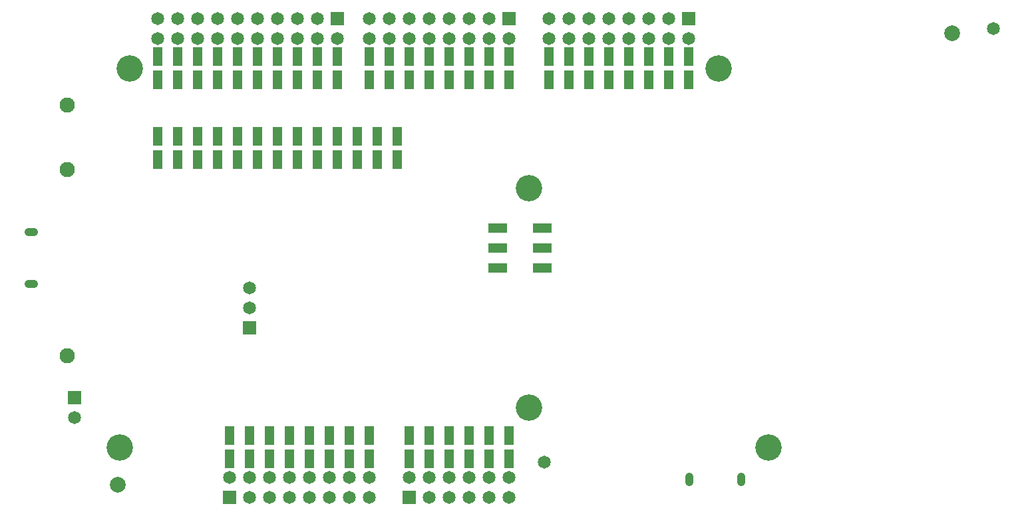
<source format=gbs>
G04*
G04 #@! TF.GenerationSoftware,Altium Limited,Altium Designer,21.3.2 (30)*
G04*
G04 Layer_Color=16711935*
%FSLAX24Y24*%
%MOIN*%
G70*
G04*
G04 #@! TF.SameCoordinates,DEC0B546-127E-4CDD-B314-4E0B8DF39A68*
G04*
G04*
G04 #@! TF.FilePolarity,Negative*
G04*
G01*
G75*
%ADD165R,0.0462X0.0922*%
%ADD175C,0.0787*%
%ADD192C,0.0651*%
%ADD222C,0.0761*%
%ADD223R,0.0651X0.0651*%
%ADD224O,0.0690X0.0414*%
%ADD225R,0.0651X0.0651*%
%ADD226C,0.1320*%
%ADD227O,0.0414X0.0690*%
%ADD273R,0.0934X0.0462*%
D165*
X20000Y3577D02*
D03*
Y2423D02*
D03*
X24000D02*
D03*
Y3577D02*
D03*
X25000Y2423D02*
D03*
Y3577D02*
D03*
X23000Y2423D02*
D03*
Y3577D02*
D03*
X22000Y2423D02*
D03*
Y3577D02*
D03*
X21000D02*
D03*
Y2423D02*
D03*
X8400Y22577D02*
D03*
Y21423D02*
D03*
X7400Y22577D02*
D03*
Y21423D02*
D03*
X16400D02*
D03*
Y22577D02*
D03*
X12400D02*
D03*
Y21423D02*
D03*
X11400Y22577D02*
D03*
Y21423D02*
D03*
X13400Y22577D02*
D03*
Y21423D02*
D03*
X14400Y22577D02*
D03*
Y21423D02*
D03*
X15400D02*
D03*
Y22577D02*
D03*
X9400Y21423D02*
D03*
Y22577D02*
D03*
X10400Y21423D02*
D03*
Y22577D02*
D03*
X17000Y2423D02*
D03*
Y3577D02*
D03*
X18000Y2423D02*
D03*
Y3577D02*
D03*
X12000Y2423D02*
D03*
Y3577D02*
D03*
X13000D02*
D03*
Y2423D02*
D03*
X14000Y3577D02*
D03*
Y2423D02*
D03*
X16000Y3577D02*
D03*
Y2423D02*
D03*
X15000Y3577D02*
D03*
Y2423D02*
D03*
X11000D02*
D03*
Y3577D02*
D03*
X19400Y17423D02*
D03*
Y18577D02*
D03*
X15400Y17423D02*
D03*
Y18577D02*
D03*
X16400Y17423D02*
D03*
Y18577D02*
D03*
X7400D02*
D03*
Y17423D02*
D03*
X11400D02*
D03*
Y18577D02*
D03*
X12400Y17423D02*
D03*
Y18577D02*
D03*
X10400Y17423D02*
D03*
Y18577D02*
D03*
X9400Y17423D02*
D03*
Y18577D02*
D03*
X8400D02*
D03*
Y17423D02*
D03*
X14400Y18577D02*
D03*
Y17423D02*
D03*
X13400Y18577D02*
D03*
Y17423D02*
D03*
X17400Y18577D02*
D03*
Y17423D02*
D03*
X18400Y18577D02*
D03*
Y17423D02*
D03*
X34000Y21423D02*
D03*
Y22577D02*
D03*
X30000D02*
D03*
Y21423D02*
D03*
X29000Y22577D02*
D03*
Y21423D02*
D03*
X31000Y22577D02*
D03*
Y21423D02*
D03*
X32000Y22577D02*
D03*
Y21423D02*
D03*
X33000D02*
D03*
Y22577D02*
D03*
X27000Y21423D02*
D03*
Y22577D02*
D03*
X28000Y21423D02*
D03*
Y22577D02*
D03*
X25000Y21423D02*
D03*
Y22577D02*
D03*
X21000D02*
D03*
Y21423D02*
D03*
X20000Y22577D02*
D03*
Y21423D02*
D03*
X22000Y22577D02*
D03*
Y21423D02*
D03*
X23000Y22577D02*
D03*
Y21423D02*
D03*
X24000D02*
D03*
Y22577D02*
D03*
X18000Y21423D02*
D03*
Y22577D02*
D03*
X19000Y21423D02*
D03*
Y22577D02*
D03*
D175*
X47205Y23750D02*
D03*
X5411Y1120D02*
D03*
D192*
X9400Y24500D02*
D03*
Y23500D02*
D03*
X12400D02*
D03*
Y24500D02*
D03*
X14400Y23500D02*
D03*
Y24500D02*
D03*
X15400Y23500D02*
D03*
Y24500D02*
D03*
X16400Y23500D02*
D03*
X13400Y24500D02*
D03*
Y23500D02*
D03*
X11400Y24500D02*
D03*
Y23500D02*
D03*
X10400D02*
D03*
Y24500D02*
D03*
X8400D02*
D03*
Y23500D02*
D03*
X7400D02*
D03*
Y24500D02*
D03*
X24000Y1500D02*
D03*
Y500D02*
D03*
X22000Y1500D02*
D03*
Y500D02*
D03*
X21000Y1500D02*
D03*
Y500D02*
D03*
X20000Y1500D02*
D03*
X23000Y500D02*
D03*
Y1500D02*
D03*
X25000Y500D02*
D03*
Y1500D02*
D03*
X17000Y500D02*
D03*
Y1500D02*
D03*
X16000D02*
D03*
Y500D02*
D03*
X14000Y1500D02*
D03*
Y500D02*
D03*
X11000Y1500D02*
D03*
X12000Y500D02*
D03*
Y1500D02*
D03*
X13000Y500D02*
D03*
Y1500D02*
D03*
X15000Y500D02*
D03*
Y1500D02*
D03*
X18000D02*
D03*
Y500D02*
D03*
X26750Y2250D02*
D03*
X3220Y4490D02*
D03*
X12000Y11000D02*
D03*
Y10000D02*
D03*
X49250Y24000D02*
D03*
X27000Y24500D02*
D03*
Y23500D02*
D03*
X30000D02*
D03*
Y24500D02*
D03*
X32000Y23500D02*
D03*
Y24500D02*
D03*
X33000Y23500D02*
D03*
Y24500D02*
D03*
X34000Y23500D02*
D03*
X31000Y24500D02*
D03*
Y23500D02*
D03*
X29000Y24500D02*
D03*
Y23500D02*
D03*
X28000D02*
D03*
Y24500D02*
D03*
X18000D02*
D03*
Y23500D02*
D03*
X21000D02*
D03*
Y24500D02*
D03*
X23000Y23500D02*
D03*
Y24500D02*
D03*
X24000Y23500D02*
D03*
Y24500D02*
D03*
X25000Y23500D02*
D03*
X22000Y24500D02*
D03*
Y23500D02*
D03*
X20000Y24500D02*
D03*
Y23500D02*
D03*
X19000D02*
D03*
Y24500D02*
D03*
D222*
X2880Y16929D02*
D03*
Y7590D02*
D03*
Y20157D02*
D03*
D223*
X16400Y24500D02*
D03*
X20000Y500D02*
D03*
X11000D02*
D03*
X34000Y24500D02*
D03*
X25000D02*
D03*
D224*
X1065Y11201D02*
D03*
Y13799D02*
D03*
D225*
X3220Y5490D02*
D03*
X12000Y9000D02*
D03*
D226*
X26000Y5000D02*
D03*
Y16000D02*
D03*
X5500Y3000D02*
D03*
X6000Y22000D02*
D03*
X38000Y3000D02*
D03*
X35500Y22000D02*
D03*
D227*
X34027Y1400D02*
D03*
X36626D02*
D03*
D273*
X26662Y14000D02*
D03*
Y13000D02*
D03*
X24438Y14000D02*
D03*
Y13000D02*
D03*
X26662Y12000D02*
D03*
X24438D02*
D03*
M02*

</source>
